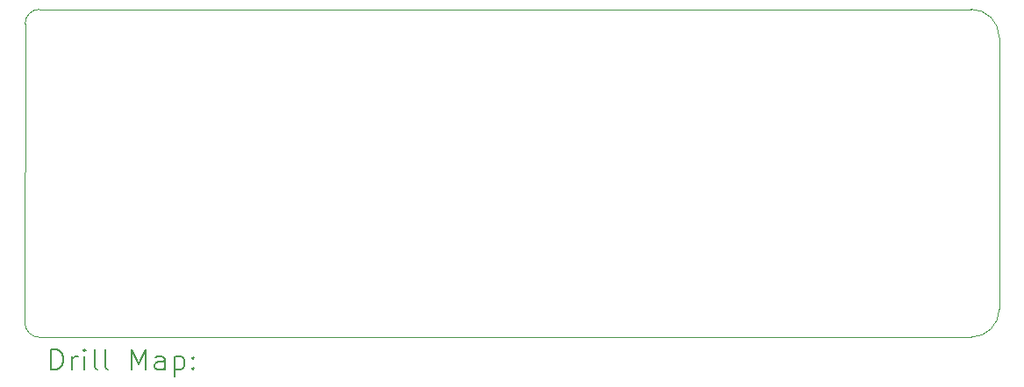
<source format=gbr>
%FSLAX45Y45*%
G04 Gerber Fmt 4.5, Leading zero omitted, Abs format (unit mm)*
G04 Created by KiCad (PCBNEW (6.0.2)) date 2022-08-27 15:51:44*
%MOMM*%
%LPD*%
G01*
G04 APERTURE LIST*
%TA.AperFunction,Profile*%
%ADD10C,0.100000*%
%TD*%
%ADD11C,0.200000*%
G04 APERTURE END LIST*
D10*
X10438995Y-11301005D02*
X19430000Y-11300000D01*
X10300000Y-8270000D02*
X10298995Y-11161005D01*
X19700000Y-11030000D02*
X19700000Y-8400000D01*
X19700000Y-8400000D02*
G75*
G03*
X19430000Y-8130000I-270000J0D01*
G01*
X10298995Y-11161005D02*
G75*
G03*
X10438995Y-11301005I140000J0D01*
G01*
X10440000Y-8130000D02*
G75*
G03*
X10300000Y-8270000I0J-140000D01*
G01*
X19430000Y-8130000D02*
X10440000Y-8130000D01*
X19430000Y-11300000D02*
G75*
G03*
X19700000Y-11030000I0J270000D01*
G01*
D11*
X10551614Y-11616481D02*
X10551614Y-11416481D01*
X10599233Y-11416481D01*
X10627804Y-11426005D01*
X10646852Y-11445053D01*
X10656376Y-11464100D01*
X10665900Y-11502195D01*
X10665900Y-11530767D01*
X10656376Y-11568862D01*
X10646852Y-11587910D01*
X10627804Y-11606957D01*
X10599233Y-11616481D01*
X10551614Y-11616481D01*
X10751614Y-11616481D02*
X10751614Y-11483148D01*
X10751614Y-11521243D02*
X10761138Y-11502195D01*
X10770662Y-11492672D01*
X10789709Y-11483148D01*
X10808757Y-11483148D01*
X10875423Y-11616481D02*
X10875423Y-11483148D01*
X10875423Y-11416481D02*
X10865900Y-11426005D01*
X10875423Y-11435529D01*
X10884947Y-11426005D01*
X10875423Y-11416481D01*
X10875423Y-11435529D01*
X10999233Y-11616481D02*
X10980185Y-11606957D01*
X10970662Y-11587910D01*
X10970662Y-11416481D01*
X11103995Y-11616481D02*
X11084947Y-11606957D01*
X11075423Y-11587910D01*
X11075423Y-11416481D01*
X11332566Y-11616481D02*
X11332566Y-11416481D01*
X11399233Y-11559338D01*
X11465900Y-11416481D01*
X11465900Y-11616481D01*
X11646852Y-11616481D02*
X11646852Y-11511719D01*
X11637328Y-11492672D01*
X11618281Y-11483148D01*
X11580185Y-11483148D01*
X11561138Y-11492672D01*
X11646852Y-11606957D02*
X11627804Y-11616481D01*
X11580185Y-11616481D01*
X11561138Y-11606957D01*
X11551614Y-11587910D01*
X11551614Y-11568862D01*
X11561138Y-11549815D01*
X11580185Y-11540291D01*
X11627804Y-11540291D01*
X11646852Y-11530767D01*
X11742090Y-11483148D02*
X11742090Y-11683148D01*
X11742090Y-11492672D02*
X11761138Y-11483148D01*
X11799233Y-11483148D01*
X11818281Y-11492672D01*
X11827804Y-11502195D01*
X11837328Y-11521243D01*
X11837328Y-11578386D01*
X11827804Y-11597434D01*
X11818281Y-11606957D01*
X11799233Y-11616481D01*
X11761138Y-11616481D01*
X11742090Y-11606957D01*
X11923042Y-11597434D02*
X11932566Y-11606957D01*
X11923042Y-11616481D01*
X11913519Y-11606957D01*
X11923042Y-11597434D01*
X11923042Y-11616481D01*
X11923042Y-11492672D02*
X11932566Y-11502195D01*
X11923042Y-11511719D01*
X11913519Y-11502195D01*
X11923042Y-11492672D01*
X11923042Y-11511719D01*
M02*

</source>
